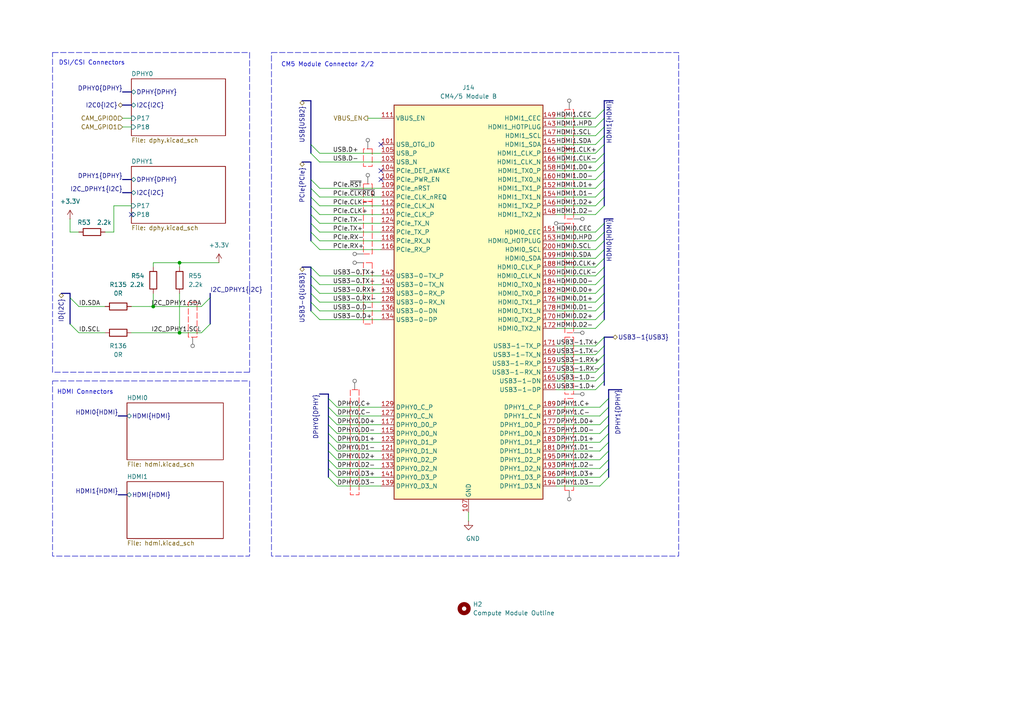
<source format=kicad_sch>
(kicad_sch (version 20250114) (generator "eeschema") (generator_version "9.0")
  (paper "A4")
  (title_block (title "HALPI2") (date "2025-06-08") (rev "v0.4.0") (company "Hat Labs Oy") (comment 1 "https://ohwr.org/cern_ohl_s_v2.pdf") (comment 2 "To view a copy of this license, visit ") (comment 3 "HALPI2 is licensed under CERN-OHL-S v2."))
  (lib_symbols
    (symbol "Device:R" (pin_numbers (hide yes)) (pin_names (offset 0))
      (property "Reference" "R" (at 2.032 0 90))
      (property "Value" "R" (at 0 0 90))
      (symbol "R_0_1"
        (rectangle (start -1.016 -2.54) (end 1.016 2.54) (stroke (width 0.254)))
      )
      (symbol "R_1_1"
        (pin passive line (at 0 3.81 270) (length 1.27) (name "~") (number "1"))
        (pin passive line (at 0 -3.81 90) (length 1.27) (name "~") (number "2"))
      )
    )
    (symbol "Hatlabs:RaspberryPi-CM45Lite-B"
      (property "Reference" "J" (at -20.32 58.42 0))
      (property "Value" "RaspberryPi-CM45Lite" (at 12.7 58.42 0))
      (symbol "RaspberryPi-CM45Lite-B_0_1"
        (rectangle (start -21.59 57.15) (end 21.59 -57.15) (stroke (width 0.254)) (fill (type background)))
      )
      (symbol "RaspberryPi-CM45Lite-B_1_1"
        (pin output line (at -25.4 53.34 0) (length 3.81) (name "VBUS_EN") (number "111"))
        (pin input line (at -25.4 45.72 0) (length 3.81) (name "USB_OTG_ID") (number "101"))
        (pin bidirectional line (at -25.4 43.18 0) (length 3.81) (name "USB_P") (number "105"))
        (pin bidirectional line (at -25.4 40.64 0) (length 3.81) (name "USB_N") (number "103"))
        (pin power_in line (at -25.4 38.1 0) (length 3.81) (name "PCIe_DET_nWAKE") (number "104"))
        (pin input line (at -25.4 35.56 0) (length 3.81) (name "PCIe_PWR_EN") (number "106"))
        (pin output line (at -25.4 33.02 0) (length 3.81) (name "PCIe_nRST") (number "109"))
        (pin input line (at -25.4 30.48 0) (length 3.81) (name "PCIe_CLK_nREQ") (number "102"))
        (pin output line (at -25.4 27.94 0) (length 3.81) (name "PCIe_CLK_N") (number "112"))
        (pin output line (at -25.4 25.4 0) (length 3.81) (name "PCIe_CLK_P") (number "110"))
        (pin output line (at -25.4 22.86 0) (length 3.81) (name "PCIe_TX_N") (number "124"))
        (pin output line (at -25.4 20.32 0) (length 3.81) (name "PCIe_TX_P") (number "122"))
        (pin input line (at -25.4 17.78 0) (length 3.81) (name "PCIe_RX_N") (number "118"))
        (pin input line (at -25.4 15.24 0) (length 3.81) (name "PCIe_RX_P") (number "116"))
        (pin output line (at -25.4 7.62 0) (length 3.81) (name "USB3-0-TX_P") (number "142"))
        (pin output line (at -25.4 5.08 0) (length 3.81) (name "USB3-0-TX_N") (number "140"))
        (pin input line (at -25.4 2.54 0) (length 3.81) (name "USB3-0-RX_P") (number "130"))
        (pin input line (at -25.4 0 0) (length 3.81) (name "USB3-0-RX_N") (number "128"))
        (pin bidirectional line (at -25.4 -2.54 0) (length 3.81) (name "USB3-0-DN") (number "136"))
        (pin bidirectional line (at -25.4 -5.08 0) (length 3.81) (name "USB3-0-DP") (number "134"))
        (pin bidirectional line (at -25.4 -30.48 0) (length 3.81) (name "DPHY0_C_P") (number "129"))
        (pin bidirectional line (at -25.4 -33.02 0) (length 3.81) (name "DPHY0_C_N") (number "127"))
        (pin bidirectional line (at -25.4 -35.56 0) (length 3.81) (name "DPHY0_D0_P") (number "117"))
        (pin bidirectional line (at -25.4 -38.1 0) (length 3.81) (name "DPHY0_D0_N") (number "115"))
        (pin bidirectional line (at -25.4 -40.64 0) (length 3.81) (name "DPHY0_D1_P") (number "123"))
        (pin bidirectional line (at -25.4 -43.18 0) (length 3.81) (name "DPHY0_D1_N") (number "121"))
        (pin bidirectional line (at -25.4 -45.72 0) (length 3.81) (name "DPHY0_D2_P") (number "135"))
        (pin bidirectional line (at -25.4 -48.26 0) (length 3.81) (name "DPHY0_D2_N") (number "133"))
        (pin bidirectional line (at -25.4 -50.8 0) (length 3.81) (name "DPHY0_D3_P") (number "141"))
        (pin bidirectional line (at -25.4 -53.34 0) (length 3.81) (name "DPHY0_D3_N") (number "139"))
        (pin power_in line (at 0 -60.96 90) (length 3.81) (name "GND") (number "107"))
        (pin passive line (at 0 -60.96 90) (length 3.81) (hide yes) (name "GND") (number "108"))
        (pin passive line (at 0 -60.96 90) (length 3.81) (hide yes) (name "GND") (number "113"))
        (pin passive line (at 0 -60.96 90) (length 3.81) (hide yes) (name "GND") (number "114"))
        (pin passive line (at 0 -60.96 90) (length 3.81) (hide yes) (name "GND") (number "119"))
        (pin passive line (at 0 -60.96 90) (length 3.81) (hide yes) (name "GND") (number "120"))
        (pin passive line (at 0 -60.96 90) (length 3.81) (hide yes) (name "GND") (number "125"))
        (pin passive line (at 0 -60.96 90) (length 3.81) (hide yes) (name "GND") (number "126"))
        (pin passive line (at 0 -60.96 90) (length 3.81) (hide yes) (name "GND") (number "131"))
        (pin passive line (at 0 -60.96 90) (length 3.81) (hide yes) (name "GND") (number "132"))
        (pin passive line (at 0 -60.96 90) (length 3.81) (hide yes) (name "GND") (number "137"))
        (pin passive line (at 0 -60.96 90) (length 3.81) (hide yes) (name "GND") (number "138"))
        (pin passive line (at 0 -60.96 90) (length 3.81) (hide yes) (name "GND") (number "144"))
        (pin passive line (at 0 -60.96 90) (length 3.81) (hide yes) (name "GND") (number "150"))
        (pin passive line (at 0 -60.96 90) (length 3.81) (hide yes) (name "GND") (number "155"))
        (pin passive line (at 0 -60.96 90) (length 3.81) (hide yes) (name "GND") (number "156"))
        (pin passive line (at 0 -60.96 90) (length 3.81) (hide yes) (name "GND") (number "161"))
        (pin passive line (at 0 -60.96 90) (length 3.81) (hide yes) (name "GND") (number "162"))
        (pin passive line (at 0 -60.96 90) (length 3.81) (hide yes) (name "GND") (number "167"))
        (pin passive line (at 0 -60.96 90) (length 3.81) (hide yes) (name "GND") (number "168"))
        (pin passive line (at 0 -60.96 90) (length 3.81) (hide yes) (name "GND") (number "173"))
        (pin passive line (at 0 -60.96 90) (length 3.81) (hide yes) (name "GND") (number "174"))
        (pin passive line (at 0 -60.96 90) (length 3.81) (hide yes) (name "GND") (number "179"))
        (pin passive line (at 0 -60.96 90) (length 3.81) (hide yes) (name "GND") (number "180"))
        (pin passive line (at 0 -60.96 90) (length 3.81) (hide yes) (name "GND") (number "185"))
        (pin passive line (at 0 -60.96 90) (length 3.81) (hide yes) (name "GND") (number "186"))
        (pin passive line (at 0 -60.96 90) (length 3.81) (hide yes) (name "GND") (number "191"))
        (pin passive line (at 0 -60.96 90) (length 3.81) (hide yes) (name "GND") (number "192"))
        (pin passive line (at 0 -60.96 90) (length 3.81) (hide yes) (name "GND") (number "197"))
        (pin passive line (at 0 -60.96 90) (length 3.81) (hide yes) (name "GND") (number "198"))
        (pin input line (at 25.4 53.34 180) (length 3.81) (name "HDMI1_CEC") (number "149"))
        (pin input line (at 25.4 50.8 180) (length 3.81) (name "HDMI1_HOTPLUG") (number "143"))
        (pin input line (at 25.4 48.26 180) (length 3.81) (name "HDMI1_SCL") (number "147"))
        (pin bidirectional line (at 25.4 45.72 180) (length 3.81) (name "HDMI1_SDA") (number "145"))
        (pin output line (at 25.4 43.18 180) (length 3.81) (name "HDMI1_CLK_P") (number "164"))
        (pin output line (at 25.4 40.64 180) (length 3.81) (name "HDMI1_CLK_N") (number "166"))
        (pin output line (at 25.4 38.1 180) (length 3.81) (name "HDMI1_TX0_P") (number "158"))
        (pin output line (at 25.4 35.56 180) (length 3.81) (name "HDMI1_TX0_N") (number "160"))
        (pin output line (at 25.4 33.02 180) (length 3.81) (name "HDMI1_TX1_P") (number "152"))
        (pin output line (at 25.4 30.48 180) (length 3.81) (name "HDMI1_TX1_N") (number "154"))
        (pin output line (at 25.4 27.94 180) (length 3.81) (name "HDMI1_TX2_P") (number "146"))
        (pin output line (at 25.4 25.4 180) (length 3.81) (name "HDMI1_TX2_N") (number "148"))
        (pin input line (at 25.4 20.32 180) (length 3.81) (name "HDMI0_CEC") (number "151"))
        (pin input line (at 25.4 17.78 180) (length 3.81) (name "HDMI0_HOTPLUG") (number "153"))
        (pin bidirectional line (at 25.4 15.24 180) (length 3.81) (name "HDMI0_SCL") (number "200"))
        (pin bidirectional line (at 25.4 12.7 180) (length 3.81) (name "HDMI0_SDA") (number "199"))
        (pin output line (at 25.4 10.16 180) (length 3.81) (name "HDMI0_CLK_P") (number "188"))
        (pin output line (at 25.4 7.62 180) (length 3.81) (name "HDMI0_CLK_N") (number "190"))
        (pin output line (at 25.4 5.08 180) (length 3.81) (name "HDMI0_TX0_N") (number "184"))
        (pin output line (at 25.4 2.54 180) (length 3.81) (name "HDMI0_TX0_P") (number "182"))
        (pin output line (at 25.4 0 180) (length 3.81) (name "HDMI0_TX1_P") (number "176"))
        (pin output line (at 25.4 -2.54 180) (length 3.81) (name "HDMI0_TX1_N") (number "178"))
        (pin output line (at 25.4 -5.08 180) (length 3.81) (name "HDMI0_TX2_P") (number "170"))
        (pin output line (at 25.4 -7.62 180) (length 3.81) (name "HDMI0_TX2_N") (number "172"))
        (pin output line (at 25.4 -12.7 180) (length 3.81) (name "USB3-1-TX_P") (number "171"))
        (pin output line (at 25.4 -15.24 180) (length 3.81) (name "USB3-1-TX_N") (number "169"))
        (pin input line (at 25.4 -17.78 180) (length 3.81) (name "USB3-1-RX_P") (number "159"))
        (pin input line (at 25.4 -20.32 180) (length 3.81) (name "USB3-1-RX_N") (number "157"))
        (pin bidirectional line (at 25.4 -22.86 180) (length 3.81) (name "USB3-1-DN") (number "165"))
        (pin bidirectional line (at 25.4 -25.4 180) (length 3.81) (name "USB3-1-DP") (number "163"))
        (pin bidirectional line (at 25.4 -30.48 180) (length 3.81) (name "DPHY1_C_P") (number "189"))
        (pin bidirectional line (at 25.4 -33.02 180) (length 3.81) (name "DPHY1_C_N") (number "187"))
        (pin bidirectional line (at 25.4 -35.56 180) (length 3.81) (name "DPHY1_D0_P") (number "177"))
        (pin bidirectional line (at 25.4 -38.1 180) (length 3.81) (name "DPHY1_D0_N") (number "175"))
        (pin bidirectional line (at 25.4 -40.64 180) (length 3.81) (name "DPHY1_D1_P") (number "183"))
        (pin bidirectional line (at 25.4 -43.18 180) (length 3.81) (name "DPHY1_D1_N") (number "181"))
        (pin bidirectional line (at 25.4 -45.72 180) (length 3.81) (name "DPHY1_D2_P") (number "195"))
        (pin bidirectional line (at 25.4 -48.26 180) (length 3.81) (name "DPHY1_D2_N") (number "193"))
        (pin bidirectional line (at 25.4 -50.8 180) (length 3.81) (name "DPHY1_D3_P") (number "196"))
        (pin bidirectional line (at 25.4 -53.34 180) (length 3.81) (name "DPHY1_D3_N") (number "194"))
      )
    )
    (symbol "Mechanical:MountingHole" (pin_names (offset 1.016)) (exclude_from_sim yes) (in_bom no)
      (property "Reference" "H" (at 0 5.08 0))
      (property "Value" "MountingHole" (at 0 3.175 0))
      (symbol "MountingHole_0_1"
        (circle (center 0 0) (radius 1.27) (stroke (width 1.27)))
      )
    )
    (symbol "power:+3.3V" (power) (pin_numbers (hide yes)) (pin_names (offset 0) (hide yes))
      (property "Value" "+3.3V" (at 0 3.556 0))
      (symbol "+3.3V_0_1"
        (polyline (pts (xy -0.762 1.27) (xy 0 2.54)))
        (polyline (pts (xy 0 2.54) (xy 0.762 1.27)))
        (polyline (pts (xy 0 0) (xy 0 2.54)))
      )
      (symbol "+3.3V_1_1"
        (pin power_in line (at 0 0 90) (length 0) (name "~") (number "1"))
      )
    )
    (symbol "power:GND" (power) (pin_numbers (hide yes)) (pin_names (offset 0) (hide yes))
      (property "Value" "GND" (at 0 -3.81 0))
      (symbol "GND_0_1"
        (polyline (pts (xy 0 0) (xy 0 -1.27) (xy 1.27 -1.27) (xy 0 -2.54) (xy -1.27 -1.27) (xy 0 -1.27)))
      )
      (symbol "GND_1_1"
        (pin power_in line (at 0 0 270) (length 0) (name "~") (number "1"))
      )
    )
  )
  (bus_alias "USB3" (members "TX+" "TX-" "RX+" "RX-" "D-" "D+"))
  (rectangle (start 15.24 110.49) (end 72.39 161.29) (stroke (width 0) (type dash)))
  (rectangle (start 78.74 15.24) (end 196.85 161.29) (stroke (width 0) (type dash)))
  (text "DSI/CSI Connectors" (at 17.018 19.05 0) (effects (font (size 1.27 1.27)) (justify left bottom)))
  (text "HDMI Connectors" (at 16.51 113.792 0) (effects (font (size 1.27 1.27)) (justify left)))
  (text "CM5 Module Connector 2/2" (at 81.534 18.796 0) (effects (font (size 1.27 1.27)) (justify left)))
  (junction (at 52.07 96.52))
  (junction (at 44.45 88.9))
  (junction (at 52.07 76.2))
  (no_connect (at 110.49 52.07))
  (no_connect (at 110.49 49.53))
  (no_connect (at 38.1 62.23))
  (no_connect (at 110.49 41.91))
  (bus_entry (at 175.26 54.61) (size -2.54 2.54))
  (bus_entry (at 90.17 77.47) (size 2.54 2.54))
  (bus_entry (at 175.26 74.93) (size -2.54 2.54) (stroke (width 0.1524)))
  (bus_entry (at 175.26 46.99) (size -2.54 2.54))
  (bus_entry (at 90.17 82.55) (size 2.54 2.54))
  (bus_entry (at 175.26 39.37) (size -2.54 2.54))
  (bus_entry (at 175.26 85.09) (size -2.54 2.54) (stroke (width 0.1524)))
  (bus_entry (at 175.26 77.47) (size -2.54 2.54) (stroke (width 0.1524)))
  (bus_entry (at 176.53 128.27) (size -2.54 2.54))
  (bus_entry (at 90.17 57.15) (size 2.54 2.54) (stroke (width 0.1524)))
  (bus_entry (at 95.25 133.35) (size 2.54 2.54))
  (bus_entry (at 90.17 41.91) (size 2.54 2.54) (stroke (width 0.1524)))
  (bus_entry (at 60.96 86.36) (size -2.54 2.54))
  (bus_entry (at 175.26 80.01) (size -2.54 2.54) (stroke (width 0.1524)))
  (bus_entry (at 90.17 54.61) (size 2.54 2.54) (stroke (width 0.1524)))
  (bus_entry (at 175.26 69.85) (size -2.54 2.54) (stroke (width 0.1524)))
  (bus_entry (at 90.17 80.01) (size 2.54 2.54))
  (bus_entry (at 175.26 105.41) (size -2.54 2.54))
  (bus_entry (at 175.26 36.83) (size -2.54 2.54))
  (bus_entry (at 20.32 93.98) (size 2.54 2.54))
  (bus_entry (at 90.17 52.07) (size 2.54 2.54) (stroke (width 0.1524)))
  (bus_entry (at 90.17 90.17) (size 2.54 2.54))
  (bus_entry (at 175.26 31.75) (size -2.54 2.54))
  (bus_entry (at 175.26 92.71) (size -2.54 2.54) (stroke (width 0.1524)))
  (bus_entry (at 90.17 67.31) (size 2.54 2.54) (stroke (width 0.1524)))
  (bus_entry (at 95.25 120.65) (size 2.54 2.54))
  (bus_entry (at 176.53 120.65) (size -2.54 2.54))
  (bus_entry (at 95.25 135.89) (size 2.54 2.54))
  (bus_entry (at 90.17 87.63) (size 2.54 2.54))
  (bus_entry (at 90.17 64.77) (size 2.54 2.54) (stroke (width 0.1524)))
  (bus_entry (at 175.26 102.87) (size -2.54 2.54))
  (bus_entry (at 175.26 44.45) (size -2.54 2.54))
  (bus_entry (at 175.26 107.95) (size -2.54 2.54))
  (bus_entry (at 90.17 62.23) (size 2.54 2.54) (stroke (width 0.1524)))
  (bus_entry (at 95.25 123.19) (size 2.54 2.54))
  (bus_entry (at 95.25 118.11) (size 2.54 2.54))
  (bus_entry (at 20.32 86.36) (size 2.54 2.54))
  (bus_entry (at 60.96 93.98) (size -2.54 2.54))
  (bus_entry (at 175.26 97.79) (size -2.54 2.54))
  (bus_entry (at 176.53 123.19) (size -2.54 2.54))
  (bus_entry (at 175.26 100.33) (size -2.54 2.54))
  (bus_entry (at 175.26 87.63) (size -2.54 2.54) (stroke (width 0.1524)))
  (bus_entry (at 175.26 110.49) (size -2.54 2.54))
  (bus_entry (at 175.26 57.15) (size -2.54 2.54))
  (bus_entry (at 176.53 118.11) (size -2.54 2.54))
  (bus_entry (at 90.17 85.09) (size 2.54 2.54))
  (bus_entry (at 95.25 138.43) (size 2.54 2.54))
  (bus_entry (at 175.26 59.69) (size -2.54 2.54))
  (bus_entry (at 175.26 52.07) (size -2.54 2.54))
  (bus_entry (at 90.17 44.45) (size 2.54 2.54) (stroke (width 0.1524)))
  (bus_entry (at 95.25 128.27) (size 2.54 2.54))
  (bus_entry (at 90.17 69.85) (size 2.54 2.54) (stroke (width 0.1524)))
  (bus_entry (at 176.53 133.35) (size -2.54 2.54))
  (bus_entry (at 176.53 130.81) (size -2.54 2.54))
  (bus_entry (at 95.25 130.81) (size 2.54 2.54))
  (bus_entry (at 175.26 34.29) (size -2.54 2.54))
  (bus_entry (at 175.26 72.39) (size -2.54 2.54) (stroke (width 0.1524)))
  (bus_entry (at 175.26 82.55) (size -2.54 2.54) (stroke (width 0.1524)))
  (bus_entry (at 176.53 138.43) (size -2.54 2.54))
  (bus_entry (at 175.26 41.91) (size -2.54 2.54))
  (bus_entry (at 95.25 115.57) (size 2.54 2.54))
  (bus_entry (at 95.25 125.73) (size 2.54 2.54))
  (bus_entry (at 175.26 67.31) (size -2.54 2.54) (stroke (width 0.1524)))
  (bus_entry (at 175.26 90.17) (size -2.54 2.54) (stroke (width 0.1524)))
  (bus_entry (at 175.26 64.77) (size -2.54 2.54) (stroke (width 0.1524)))
  (bus_entry (at 176.53 135.89) (size -2.54 2.54))
  (bus_entry (at 175.26 49.53) (size -2.54 2.54))
  (bus_entry (at 176.53 115.57) (size -2.54 2.54))
  (bus_entry (at 176.53 125.73) (size -2.54 2.54))
  (bus_entry (at 90.17 59.69) (size 2.54 2.54) (stroke (width 0.1524)))
  (bus (pts (xy 176.53 138.43) (xy 176.53 135.89)))
  (bus (pts (xy 176.53 130.81) (xy 176.53 128.27)))
  (wire (pts (xy 161.29 100.33) (xy 172.72 100.33)))
  (bus (pts (xy 90.17 80.01) (xy 90.17 77.47)))
  (bus (pts (xy 176.53 123.19) (xy 176.53 120.65)))
  (bus (pts (xy 90.17 57.15) (xy 90.17 59.69)))
  (wire (pts (xy 97.79 130.81) (xy 110.49 130.81)))
  (polyline (pts (xy 72.39 15.24) (xy 72.39 107.95)) (stroke (width 0) (type dash)))
  (wire (pts (xy 97.79 138.43) (xy 110.49 138.43)))
  (bus (pts (xy 176.53 115.57) (xy 176.53 113.03)))
  (bus (pts (xy 87.63 46.99) (xy 90.17 46.99)))
  (wire (pts (xy 97.79 123.19) (xy 110.49 123.19)))
  (wire (pts (xy 161.29 105.41) (xy 172.72 105.41)))
  (wire (pts (xy 161.29 69.85) (xy 172.72 69.85)))
  (bus (pts (xy 175.26 63.5) (xy 175.26 64.77)))
  (bus (pts (xy 95.25 133.35) (xy 95.25 135.89)))
  (wire (pts (xy 161.29 140.97) (xy 173.99 140.97)))
  (bus (pts (xy 95.25 125.73) (xy 95.25 128.27)))
  (bus (pts (xy 175.26 87.63) (xy 175.26 90.17)))
  (bus (pts (xy 95.25 118.11) (xy 95.25 120.65)))
  (bus (pts (xy 90.17 29.21) (xy 90.17 41.91)))
  (wire (pts (xy 161.29 72.39) (xy 172.72 72.39)))
  (wire (pts (xy 92.71 64.77) (xy 110.49 64.77)))
  (bus (pts (xy 176.53 120.65) (xy 176.53 118.11)))
  (wire (pts (xy 92.71 59.69) (xy 110.49 59.69)))
  (bus (pts (xy 175.26 69.85) (xy 175.26 72.39)))
  (wire (pts (xy 92.71 67.31) (xy 110.49 67.31)))
  (wire (pts (xy 161.29 128.27) (xy 173.99 128.27)))
  (wire (pts (xy 38.1 96.52) (xy 52.07 96.52)))
  (wire (pts (xy 161.29 135.89) (xy 173.99 135.89)))
  (bus (pts (xy 90.17 90.17) (xy 90.17 87.63)))
  (bus (pts (xy 90.17 46.99) (xy 90.17 52.07)))
  (bus (pts (xy 90.17 52.07) (xy 90.17 54.61)))
  (bus (pts (xy 175.26 90.17) (xy 175.26 92.71)))
  (wire (pts (xy 33.02 67.31) (xy 33.02 59.69)))
  (wire (pts (xy 97.79 120.65) (xy 110.49 120.65)))
  (wire (pts (xy 44.45 76.2) (xy 44.45 77.47)))
  (wire (pts (xy 92.71 82.55) (xy 110.49 82.55)))
  (bus (pts (xy 90.17 54.61) (xy 90.17 57.15)))
  (wire (pts (xy 161.29 125.73) (xy 173.99 125.73)))
  (wire (pts (xy 92.71 69.85) (xy 110.49 69.85)))
  (wire (pts (xy 44.45 76.2) (xy 52.07 76.2)))
  (bus (pts (xy 175.26 36.83) (xy 175.26 39.37)))
  (bus (pts (xy 60.96 85.09) (xy 60.96 86.36)))
  (wire (pts (xy 44.45 85.09) (xy 44.45 88.9)))
  (wire (pts (xy 97.79 133.35) (xy 110.49 133.35)))
  (wire (pts (xy 135.89 148.59) (xy 135.89 151.13)))
  (wire (pts (xy 161.29 102.87) (xy 172.72 102.87)))
  (bus (pts (xy 20.32 86.36) (xy 20.32 93.98)))
  (wire (pts (xy 52.07 96.52) (xy 58.42 96.52)))
  (wire (pts (xy 20.32 63.5) (xy 20.32 67.31)))
  (wire (pts (xy 161.29 80.01) (xy 172.72 80.01)))
  (wire (pts (xy 33.02 59.69) (xy 38.1 59.69)))
  (bus (pts (xy 175.26 52.07) (xy 175.26 54.61)))
  (wire (pts (xy 92.71 62.23) (xy 110.49 62.23)))
  (bus (pts (xy 175.26 31.75) (xy 175.26 34.29)))
  (bus (pts (xy 176.53 135.89) (xy 176.53 133.35)))
  (bus (pts (xy 60.96 86.36) (xy 60.96 93.98)))
  (bus (pts (xy 95.25 128.27) (xy 95.25 130.81)))
  (wire (pts (xy 161.29 74.93) (xy 172.72 74.93)))
  (polyline (pts (xy 15.24 15.24) (xy 72.39 15.24)) (stroke (width 0) (type dash)))
  (bus (pts (xy 175.26 110.49) (xy 175.26 111.76)))
  (wire (pts (xy 106.68 34.29) (xy 110.49 34.29)))
  (bus (pts (xy 95.25 115.57) (xy 95.25 118.11)))
  (bus (pts (xy 175.26 29.21) (xy 175.26 31.75)))
  (bus (pts (xy 87.63 77.47) (xy 90.17 77.47)))
  (polyline (pts (xy 72.39 107.95) (xy 15.24 107.95)) (stroke (width 0) (type dash)))
  (bus (pts (xy 175.26 49.53) (xy 175.26 52.07)))
  (bus (pts (xy 35.56 26.67) (xy 38.1 26.67)))
  (wire (pts (xy 92.71 46.99) (xy 110.49 46.99)))
  (wire (pts (xy 161.29 49.53) (xy 172.72 49.53)))
  (bus (pts (xy 90.17 87.63) (xy 90.17 85.09)))
  (bus (pts (xy 175.26 54.61) (xy 175.26 57.15)))
  (bus (pts (xy 175.26 64.77) (xy 175.26 67.31)))
  (wire (pts (xy 161.29 107.95) (xy 172.72 107.95)))
  (wire (pts (xy 35.56 34.29) (xy 38.1 34.29)))
  (bus (pts (xy 176.53 118.11) (xy 176.53 115.57)))
  (wire (pts (xy 92.71 54.61) (xy 110.49 54.61)))
  (wire (pts (xy 161.29 110.49) (xy 172.72 110.49)))
  (bus (pts (xy 92.71 114.3) (xy 95.25 114.3)))
  (bus (pts (xy 175.26 67.31) (xy 175.26 69.85)))
  (wire (pts (xy 97.79 125.73) (xy 110.49 125.73)))
  (bus (pts (xy 175.26 39.37) (xy 175.26 41.91)))
  (bus (pts (xy 175.26 29.21) (xy 177.8 29.21)))
  (wire (pts (xy 161.29 39.37) (xy 172.72 39.37)))
  (wire (pts (xy 92.71 57.15) (xy 110.49 57.15)))
  (bus (pts (xy 35.56 52.07) (xy 38.1 52.07)))
  (wire (pts (xy 97.79 140.97) (xy 110.49 140.97)))
  (bus (pts (xy 95.25 123.19) (xy 95.25 125.73)))
  (wire (pts (xy 22.86 96.52) (xy 30.48 96.52)))
  (wire (pts (xy 92.71 87.63) (xy 110.49 87.63)))
  (wire (pts (xy 161.29 41.91) (xy 172.72 41.91)))
  (bus (pts (xy 175.26 72.39) (xy 175.26 74.93)))
  (wire (pts (xy 33.02 67.31) (xy 30.48 67.31)))
  (bus (pts (xy 90.17 85.09) (xy 90.17 82.55)))
  (wire (pts (xy 92.71 90.17) (xy 110.49 90.17)))
  (bus (pts (xy 87.63 29.21) (xy 90.17 29.21)))
  (wire (pts (xy 161.29 133.35) (xy 173.99 133.35)))
  (wire (pts (xy 97.79 118.11) (xy 110.49 118.11)))
  (bus (pts (xy 175.26 57.15) (xy 175.26 59.69)))
  (bus (pts (xy 95.25 135.89) (xy 95.25 138.43)))
  (wire (pts (xy 52.07 76.2) (xy 52.07 77.47)))
  (bus (pts (xy 175.26 77.47) (xy 175.26 80.01)))
  (wire (pts (xy 161.29 130.81) (xy 173.99 130.81)))
  (wire (pts (xy 52.07 76.2) (xy 63.5 76.2)))
  (bus (pts (xy 90.17 67.31) (xy 90.17 69.85)))
  (bus (pts (xy 176.53 128.27) (xy 176.53 125.73)))
  (bus (pts (xy 175.26 34.29) (xy 175.26 36.83)))
  (wire (pts (xy 161.29 54.61) (xy 172.72 54.61)))
  (wire (pts (xy 97.79 135.89) (xy 110.49 135.89)))
  (bus (pts (xy 177.8 97.79) (xy 175.26 97.79)))
  (wire (pts (xy 161.29 82.55) (xy 172.72 82.55)))
  (wire (pts (xy 161.29 95.25) (xy 172.72 95.25)))
  (bus (pts (xy 175.26 107.95) (xy 175.26 110.49)))
  (wire (pts (xy 92.71 85.09) (xy 110.49 85.09)))
  (wire (pts (xy 161.29 34.29) (xy 172.72 34.29)))
  (bus (pts (xy 175.26 44.45) (xy 175.26 46.99)))
  (bus (pts (xy 175.26 100.33) (xy 175.26 102.87)))
  (wire (pts (xy 161.29 77.47) (xy 172.72 77.47)))
  (bus (pts (xy 175.26 82.55) (xy 175.26 85.09)))
  (wire (pts (xy 161.29 113.03) (xy 172.72 113.03)))
  (bus (pts (xy 34.29 120.65) (xy 36.83 120.65)))
  (wire (pts (xy 161.29 36.83) (xy 172.72 36.83)))
  (wire (pts (xy 52.07 85.09) (xy 52.07 96.52)))
  (wire (pts (xy 35.56 36.83) (xy 38.1 36.83)))
  (bus (pts (xy 35.56 30.48) (xy 38.1 30.48)))
  (wire (pts (xy 161.29 62.23) (xy 172.72 62.23)))
  (bus (pts (xy 176.53 125.73) (xy 176.53 123.19)))
  (bus (pts (xy 90.17 41.91) (xy 90.17 44.45)))
  (wire (pts (xy 161.29 67.31) (xy 172.72 67.31)))
  (bus (pts (xy 17.78 85.09) (xy 20.32 85.09)))
  (polyline (pts (xy 15.24 107.95) (xy 15.24 15.24)) (stroke (width 0) (type dash)))
  (bus (pts (xy 175.26 85.09) (xy 175.26 87.63)))
  (wire (pts (xy 161.29 118.11) (xy 173.99 118.11)))
  (bus (pts (xy 95.25 114.3) (xy 95.25 115.57)))
  (wire (pts (xy 22.86 88.9) (xy 30.48 88.9)))
  (wire (pts (xy 20.32 67.31) (xy 22.86 67.31)))
  (bus (pts (xy 95.25 130.81) (xy 95.25 133.35)))
  (wire (pts (xy 161.29 90.17) (xy 172.72 90.17)))
  (bus (pts (xy 176.53 133.35) (xy 176.53 130.81)))
  (wire (pts (xy 38.1 88.9) (xy 44.45 88.9)))
  (bus (pts (xy 35.56 55.88) (xy 38.1 55.88)))
  (bus (pts (xy 90.17 64.77) (xy 90.17 67.31)))
  (wire (pts (xy 161.29 92.71) (xy 172.72 92.71)))
  (wire (pts (xy 161.29 52.07) (xy 172.72 52.07)))
  (bus (pts (xy 177.8 63.5) (xy 175.26 63.5)))
  (wire (pts (xy 97.79 128.27) (xy 110.49 128.27)))
  (bus (pts (xy 175.26 41.91) (xy 175.26 44.45)))
  (bus (pts (xy 175.26 105.41) (xy 175.26 107.95)))
  (bus (pts (xy 175.26 74.93) (xy 175.26 77.47)))
  (bus (pts (xy 175.26 46.99) (xy 175.26 49.53)))
  (wire (pts (xy 161.29 120.65) (xy 173.99 120.65)))
  (bus (pts (xy 175.26 97.79) (xy 175.26 100.33)))
  (bus (pts (xy 90.17 59.69) (xy 90.17 62.23)))
  (wire (pts (xy 92.71 80.01) (xy 110.49 80.01)))
  (wire (pts (xy 44.45 88.9) (xy 58.42 88.9)))
  (wire (pts (xy 161.29 138.43) (xy 173.99 138.43)))
  (wire (pts (xy 161.29 123.19) (xy 173.99 123.19)))
  (bus (pts (xy 175.26 102.87) (xy 175.26 105.41)))
  (wire (pts (xy 161.29 46.99) (xy 172.72 46.99)))
  (wire (pts (xy 92.71 72.39) (xy 110.49 72.39)))
  (wire (pts (xy 161.29 44.45) (xy 172.72 44.45)))
  (bus (pts (xy 95.25 120.65) (xy 95.25 123.19)))
  (bus (pts (xy 176.53 113.03) (xy 180.34 113.03)))
  (bus (pts (xy 175.26 80.01) (xy 175.26 82.55)))
  (wire (pts (xy 92.71 44.45) (xy 110.49 44.45)))
  (bus (pts (xy 34.29 143.51) (xy 36.83 143.51)))
  (bus (pts (xy 90.17 82.55) (xy 90.17 80.01)))
  (wire (pts (xy 161.29 87.63) (xy 172.72 87.63)))
  (bus (pts (xy 90.17 62.23) (xy 90.17 64.77)))
  (bus (pts (xy 20.32 85.09) (xy 20.32 86.36)))
  (wire (pts (xy 161.29 59.69) (xy 172.72 59.69)))
  (wire (pts (xy 161.29 57.15) (xy 172.72 57.15)))
  (wire (pts (xy 161.29 85.09) (xy 172.72 85.09)))
  (wire (pts (xy 92.71 92.71) (xy 110.49 92.71)))
  (label "HDMI1.SCL" (at 161.29 39.37 0))
  (label "HDMI1.CLK-" (at 161.29 46.99 0))
  (label "USB3-0.RX+" (at 96.52 85.09 0))
  (label "HDMI1{HDMI}" (at 177.8 29.21 270))
  (label "USB3-1.D+" (at 161.29 113.03 0))
  (label "USB.D-" (at 96.52 46.99 0))
  (label "DPHY0.D2+" (at 97.79 133.35 0))
  (label "USB3-1.TX+" (at 161.29 100.33 0))
  (label "HDMI1.SDA" (at 161.29 41.91 0))
  (label "PCIe.RX-" (at 96.52 69.85 0))
  (label "PCIe.TX+" (at 96.52 67.31 0))
  (label "I2C_DPHY1.SDA" (at 58.42 88.9 180))
  (label "HDMI1.CEC" (at 161.29 34.29 0))
  (label "HDMI1.CLK+" (at 161.29 44.45 0))
  (label "HDMI0.CEC" (at 161.29 67.31 0))
  (label "USB3-0.TX-" (at 96.52 82.55 0))
  (label "HDMI1.D1+" (at 161.29 54.61 0))
  (label "DPHY0{DPHY}" (at 35.56 26.67 180))
  (label "HDMI0.CLK+" (at 161.29 77.47 0))
  (label "PCIe.RX+" (at 96.52 72.39 0))
  (label "ID.SDA" (at 22.86 88.9 0))
  (label "HDMI1{HDMI}" (at 34.29 143.51 180))
  (label "DPHY0.D1-" (at 97.79 130.81 0))
  (label "PCIe.~{RST}" (at 96.52 54.61 0))
  (label "DPHY1.D3-" (at 161.29 140.97 0))
  (label "DPHY0.D3+" (at 97.79 138.43 0))
  (label "HDMI1.D1-" (at 161.29 57.15 0))
  (label "DPHY1{DPHY}" (at 180.34 113.03 270))
  (label "HDMI0.D1+" (at 161.29 87.63 0))
  (label "DPHY1.D1+" (at 161.29 128.27 0))
  (label "USB3-1.RX+" (at 161.29 105.41 0))
  (label "HDMI0{HDMI}" (at 177.8 63.5 270))
  (label "HDMI0.D2+" (at 161.29 92.71 0))
  (label "DPHY1.D3+" (at 161.29 138.43 0))
  (label "USB3-1.RX-" (at 161.29 107.95 0))
  (label "DPHY1.C-" (at 161.29 120.65 0))
  (label "DPHY0.D0+" (at 97.79 123.19 0))
  (label "I2C_DPHY1.SCL" (at 58.42 96.52 180))
  (label "USB3-0.RX-" (at 96.52 87.63 0))
  (label "HDMI0.D2-" (at 161.29 95.25 0))
  (label "USB3-1.TX-" (at 161.29 102.87 0))
  (label "I2C_DPHY1{I2C}" (at 35.56 55.88 180))
  (label "DPHY0{DPHY}" (at 92.71 114.3 270))
  (label "USB3-1.D-" (at 161.29 110.49 0))
  (label "DPHY1.D0-" (at 161.29 125.73 0))
  (label "HDMI1.D0-" (at 161.29 52.07 0))
  (label "HDMI1.D0+" (at 161.29 49.53 0))
  (label "DPHY1{DPHY}" (at 35.56 52.07 180))
  (label "HDMI1.D2-" (at 161.29 62.23 0))
  (label "DPHY0.C+" (at 97.79 118.11 0))
  (label "DPHY0.D0-" (at 97.79 125.73 0))
  (label "HDMI0.D1-" (at 161.29 90.17 0))
  (label "USB3-0.TX+" (at 96.52 80.01 0))
  (label "DPHY1.D0+" (at 161.29 123.19 0))
  (label "HDMI0{HDMI}" (at 34.29 120.65 180))
  (label "DPHY0.D3-" (at 97.79 140.97 0))
  (label "USB3-0.D-" (at 96.52 90.17 0))
  (label "PCIe.CLK-" (at 96.52 59.69 0))
  (label "PCIe.TX-" (at 96.52 64.77 0))
  (label "DPHY1.D1-" (at 161.29 130.81 0))
  (label "HDMI0.D0+" (at 161.29 85.09 0))
  (label "DPHY0.D2-" (at 97.79 135.89 0))
  (label "USB3-0.D+" (at 96.52 92.71 0))
  (label "HDMI1.D2+" (at 161.29 59.69 0))
  (label "DPHY0.C-" (at 97.79 120.65 0))
  (label "HDMI0.D0-" (at 161.29 82.55 0))
  (label "HDMI0.SDA" (at 161.29 74.93 0))
  (label "HDMI0.CLK-" (at 161.29 80.01 0))
  (label "HDMI1.HPD" (at 161.29 36.83 0))
  (label "HDMI0.HPD" (at 161.29 69.85 0))
  (label "I2C_DPHY1{I2C}" (at 60.96 85.09 0))
  (label "DPHY1.C+" (at 161.29 118.11 0))
  (label "DPHY1.D2-" (at 161.29 135.89 0))
  (label "PCIe.~{CLKREQ}" (at 96.52 57.15 0))
  (label "DPHY0.D1+" (at 97.79 128.27 0))
  (label "HDMI0.SCL" (at 161.29 72.39 0))
  (label "ID.SCL" (at 22.86 96.52 0))
  (label "USB.D+" (at 96.52 44.45 0))
  (label "DPHY1.D2+" (at 161.29 133.35 0))
  (label "PCIe.CLK+" (at 96.52 62.23 0))
  (hierarchical_label "USB3-0{USB3}" (shape bidirectional) (at 87.63 77.47 270))
  (hierarchical_label "ID{I2C}" (shape bidirectional) (at 17.78 85.09 270))
  (hierarchical_label "CAM_GPIO1" (shape input) (at 35.56 36.83 180))
  (hierarchical_label "PCIe{PCIe}" (shape bidirectional) (at 87.63 46.99 270))
  (hierarchical_label "CAM_GPIO0" (shape input) (at 35.56 34.29 180))
  (hierarchical_label "USB3-1{USB3}" (shape bidirectional) (at 177.8 97.79 0))
  (hierarchical_label "VBUS_EN" (shape output) (at 106.68 34.29 180))
  (hierarchical_label "USB{USB2}" (shape bidirectional) (at 87.63 29.21 270))
  (hierarchical_label "I2C0{I2C}" (shape bidirectional) (at 35.56 30.48 180))
  (rule_area (polyline (pts (xy 163.83 31.75) (xy 166.37 31.75) (xy 166.37 43.18) (xy 163.83 43.18)) (stroke (width 0) (type dash))))
  (rule_area (polyline (pts (xy 163.83 142.24) (xy 163.83 115.57) (xy 166.37 115.57) (xy 166.37 142.24)) (stroke (width 0) (type dash))))
  (rule_area (polyline (pts (xy 104.14 113.03) (xy 104.14 143.51) (xy 101.6 143.51) (xy 101.6 113.03)) (stroke (width 0) (type dash))))
  (rule_area (polyline (pts (xy 163.83 97.79) (xy 163.83 114.3) (xy 166.37 114.3) (xy 166.37 97.79)) (stroke (width 0) (type dash))))
  (rule_area (polyline (pts (xy 163.83 64.77) (xy 166.37 64.77) (xy 166.37 76.2) (xy 163.83 76.2)) (stroke (width 0) (type dash))))
  (rule_area (polyline (pts (xy 166.37 76.2) (xy 166.37 96.52) (xy 163.83 96.52) (xy 163.83 76.2)) (stroke (width 0) (type dash))))
  (rule_area (polyline (pts (xy 57.15 97.79) (xy 54.61 97.79) (xy 54.61 87.63) (xy 57.15 87.63)) (stroke (width 0) (type dash))))
  (rule_area (polyline (pts (xy 107.95 76.2) (xy 107.95 93.98) (xy 105.41 93.98) (xy 105.41 76.2)) (stroke (width 0) (type dash))))
  (rule_area (polyline (pts (xy 107.95 58.42) (xy 107.95 73.66) (xy 105.41 73.66) (xy 105.41 58.42)) (stroke (width 0) (type dash))))
  (rule_area (polyline (pts (xy 105.41 53.34) (xy 107.95 53.34) (xy 107.95 58.42) (xy 105.41 58.42)) (stroke (width 0) (type dash))))
  (rule_area (polyline (pts (xy 107.95 43.18) (xy 107.95 48.26) (xy 105.41 48.26) (xy 105.41 43.18)) (stroke (width 0) (type dash))))
  (rule_area (polyline (pts (xy 166.37 43.18) (xy 166.37 63.5) (xy 163.83 63.5) (xy 163.83 43.18)) (stroke (width 0) (type dash))))
  (netclass_flag "" (length 2.54) (shape round) (at 105.41 73.66 90) (property "Netclass" "Diff90ohm" (effects (hide yes))))
  (netclass_flag "" (length 2.54) (shape round) (at 165.1 31.75 0) (property "Netclass" "Digital" (effects (hide yes))))
  (netclass_flag "" (length 2.54) (shape round) (at 55.88 97.79 180) (property "Netclass" "Digital" (effects (hide yes))))
  (netclass_flag "" (length 2.54) (shape round) (at 166.37 96.52 270) (property "Netclass" "Diff100ohm" (effects (hide yes))))
  (netclass_flag "" (length 2.54) (shape round) (at 165.1 142.24 180) (property "Netclass" "Diff100ohm" (effects (hide yes))))
  (netclass_flag "" (length 2.54) (shape round) (at 166.37 114.3 270) (property "Netclass" "Diff90ohm" (effects (hide yes))))
  (netclass_flag "" (length 2.54) (shape round) (at 106.68 43.18 0) (property "Netclass" "Diff90ohm" (effects (hide yes))))
  (netclass_flag "" (length 2.54) (shape round) (at 102.87 113.03 0) (property "Netclass" "Diff100ohm" (effects (hide yes))))
  (netclass_flag "" (length 2.54) (shape round) (at 163.83 64.77 90) (property "Netclass" "Digital" (effects (hide yes))))
  (netclass_flag "" (length 2.54) (shape round) (at 105.41 76.2 90) (property "Netclass" "Diff90ohm" (effects (hide yes))))
  (netclass_flag "" (length 2.54) (shape round) (at 106.68 53.34 0) (property "Netclass" "Digital" (effects (hide yes))))
  (netclass_flag "" (length 2.54) (shape round) (at 166.37 63.5 270) (property "Netclass" "Diff100ohm" (effects (hide yes))))
  (symbol (lib_id "power:+3.3V") (at 20.32 63.5 0) (unit 1)
    (property "Reference" "#PWR0102" (effects (hide yes)))
    (property "Value" "+3.3V" (at 20.32 58.42 0))
    (property "Description" "Power symbol creates a global label with name \"+3.3V\"" (effects (hide yes)))
  )
  (symbol (lib_id "Device:R") (at 52.07 81.28 0) (unit 1)
    (property "Reference" "R55" (at 54.61 80.0099 0) (effects (justify left)))
    (property "Value" "2.2k" (at 54.61 82.5499 0) (effects (justify left)))
    (property "Footprint" "Resistor_SMD:R_0402_1005Metric" (effects (hide yes)))
    (property "Description" "Resistor" (effects (hide yes)))
    (property "LCSC" "C25879" (effects (hide yes)))
  )
  (symbol (lib_id "power:GND") (at 135.89 151.13 0) (unit 1)
    (property "Reference" "#PWR0104" (effects (hide yes)))
    (property "Value" "GND" (at 137.16 156.21 0))
    (property "Description" "Power symbol creates a global label with name \"GND\" , ground" (effects (hide yes)))
  )
  (symbol (lib_id "Hatlabs:RaspberryPi-CM45Lite-B") (at 135.89 87.63 0) (unit 1)
    (property "Reference" "J14" (at 135.89 25.4 0))
    (property "Value" "CM4/5 Module B" (at 135.89 27.94 0))
    (property "Footprint" "Hatlabs:Hirose_DF40_DF40C-100DS-0.4V_2x50+100_P0.40mm_Vertical" (effects (hide yes)))
    (property "Datasheet" "https://pip.raspberrypi.com/categories/945-forward-guidance/documents/RP-005110-WP/CM5-Forward-Guidance.pdf" (effects (hide yes)))
    (property "LCSC" "C424649" (effects (hide yes)))
    (property "Component Class" "fine_pitch" (effects (hide yes)))
  )
  (symbol (lib_id "Device:R") (at 34.29 88.9 90) (unit 1)
    (property "Reference" "R135" (at 34.29 82.55 90))
    (property "Value" "0R" (at 34.29 85.09 90))
    (property "Footprint" "Resistor_SMD:R_0603_1608Metric_Pad0.98x0.95mm_HandSolder" (effects (hide yes)))
    (property "Description" "Resistor" (effects (hide yes)))
    (property "LCSC" "C21189" (effects (hide yes)))
  )
  (symbol (lib_id "Device:R") (at 44.45 81.28 0) (unit 1)
    (property "Reference" "R54" (at 41.91 80.0099 0) (effects (justify right)))
    (property "Value" "2.2k" (at 41.91 82.5499 0) (effects (justify right)))
    (property "Footprint" "Resistor_SMD:R_0402_1005Metric" (effects (hide yes)))
    (property "Description" "Resistor" (effects (hide yes)))
    (property "LCSC" "C25879" (effects (hide yes)))
  )
  (symbol (lib_id "Device:R") (at 34.29 96.52 90) (unit 1)
    (property "Reference" "R136" (at 34.29 100.33 90))
    (property "Value" "0R" (at 34.29 102.87 90))
    (property "Footprint" "Resistor_SMD:R_0603_1608Metric_Pad0.98x0.95mm_HandSolder" (effects (hide yes)))
    (property "Description" "Resistor" (effects (hide yes)))
    (property "LCSC" "C21189" (effects (hide yes)))
  )
  (symbol (lib_id "power:+3.3V") (at 63.5 76.2 0) (unit 1)
    (property "Reference" "#PWR0103" (effects (hide yes)))
    (property "Value" "+3.3V" (at 63.5 71.12 0))
    (property "Description" "Power symbol creates a global label with name \"+3.3V\"" (effects (hide yes)))
  )
  (symbol (lib_id "Mechanical:MountingHole") (at 134.62 176.53 0) (unit 1) (in_bom no)
    (property "Reference" "H2" (at 137.16 175.2599 0) (effects (justify left)))
    (property "Value" "Compute Module Outline" (at 137.16 177.7999 0) (effects (justify left)))
    (property "Footprint" "Hatlabs:RaspberryPi-CM4-Layout" (effects (hide yes)))
    (property "Description" "Mounting Hole without connection" (effects (hide yes)))
  )
  (symbol (lib_id "Device:R") (at 26.67 67.31 90) (mirror x) (unit 1)
    (property "Reference" "R53" (at 24.384 64.516 90))
    (property "Value" "2.2k" (at 30.226 64.516 90))
    (property "Footprint" "Resistor_SMD:R_0402_1005Metric" (effects (hide yes)))
    (property "Description" "Resistor" (effects (hide yes)))
    (property "LCSC" "C25879" (effects (hide yes)))
  )
  (sheet (at 38.1 22.86) (size 27.305 16.51) (stroke (width 0.1524))
    (property "Sheetname" "DPHY0" (at 38.1 22.1484 0) (effects (justify left bottom)))
    (property "Sheetfile" "dphy.kicad_sch" (at 38.1 39.9546 0) (effects (justify left top)))
    (pin "DPHY{DPHY}" bidirectional (at 38.1 26.67 180))
    (pin "I2C{I2C}" bidirectional (at 38.1 30.48 180))
    (pin "P17" input (at 38.1 34.29 180))
    (pin "P18" input (at 38.1 36.83 180))
  )
  (sheet (at 36.83 139.7) (size 27.94 16.51) (stroke (width 0.1524))
    (property "Sheetname" "HDMI1" (at 36.83 138.9884 0) (effects (justify left bottom)))
    (property "Sheetfile" "hdmi.kicad_sch" (at 36.83 156.7946 0) (effects (justify left top)))
    (pin "HDMI{HDMI}" bidirectional (at 36.83 143.51 180))
  )
  (sheet (at 36.83 116.84) (size 27.94 16.51) (stroke (width 0.1524))
    (property "Sheetname" "HDMI0" (at 36.83 116.1284 0) (effects (justify left bottom)))
    (property "Sheetfile" "hdmi.kicad_sch" (at 36.83 133.9346 0) (effects (justify left top)))
    (pin "HDMI{HDMI}" bidirectional (at 36.83 120.65 180))
  )
  (sheet (at 38.1 48.26) (size 27.305 16.51) (stroke (width 0.1524))
    (property "Sheetname" "DPHY1" (at 38.1 47.5484 0) (effects (justify left bottom)))
    (property "Sheetfile" "dphy.kicad_sch" (at 38.1 65.3546 0) (effects (justify left top)))
    (pin "DPHY{DPHY}" bidirectional (at 38.1 52.07 180))
    (pin "I2C{I2C}" bidirectional (at 38.1 55.88 180))
    (pin "P18" input (at 38.1 62.23 180))
    (pin "P17" input (at 38.1 59.69 180))
  )
)
</source>
